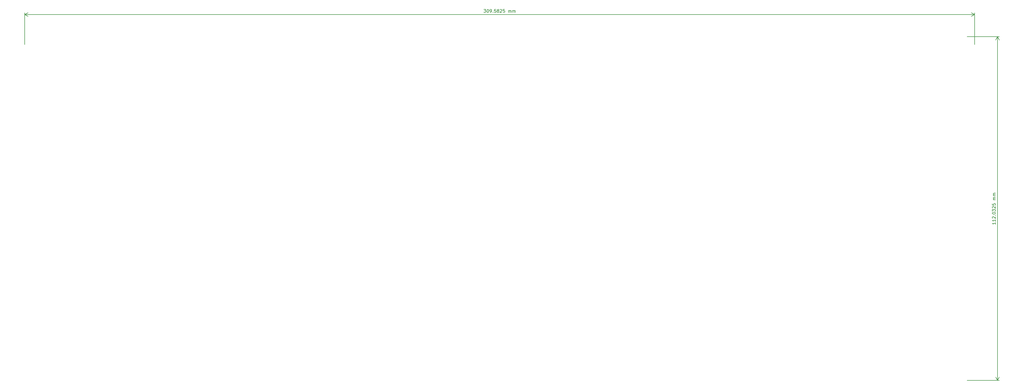
<source format=gbr>
%TF.GenerationSoftware,KiCad,Pcbnew,7.0.9*%
%TF.CreationDate,2024-01-10T17:03:39-08:00*%
%TF.ProjectId,40s-2040rmie,3430732d-3230-4343-9072-6d69652e6b69,rev?*%
%TF.SameCoordinates,Original*%
%TF.FileFunction,Other,Comment*%
%FSLAX46Y46*%
G04 Gerber Fmt 4.6, Leading zero omitted, Abs format (unit mm)*
G04 Created by KiCad (PCBNEW 7.0.9) date 2024-01-10 17:03:39*
%MOMM*%
%LPD*%
G01*
G04 APERTURE LIST*
%ADD10C,0.150000*%
G04 APERTURE END LIST*
D10*
X155113393Y14195181D02*
X155732440Y14195181D01*
X155732440Y14195181D02*
X155399107Y13814229D01*
X155399107Y13814229D02*
X155541964Y13814229D01*
X155541964Y13814229D02*
X155637202Y13766610D01*
X155637202Y13766610D02*
X155684821Y13718991D01*
X155684821Y13718991D02*
X155732440Y13623753D01*
X155732440Y13623753D02*
X155732440Y13385658D01*
X155732440Y13385658D02*
X155684821Y13290420D01*
X155684821Y13290420D02*
X155637202Y13242800D01*
X155637202Y13242800D02*
X155541964Y13195181D01*
X155541964Y13195181D02*
X155256250Y13195181D01*
X155256250Y13195181D02*
X155161012Y13242800D01*
X155161012Y13242800D02*
X155113393Y13290420D01*
X156351488Y14195181D02*
X156446726Y14195181D01*
X156446726Y14195181D02*
X156541964Y14147562D01*
X156541964Y14147562D02*
X156589583Y14099943D01*
X156589583Y14099943D02*
X156637202Y14004705D01*
X156637202Y14004705D02*
X156684821Y13814229D01*
X156684821Y13814229D02*
X156684821Y13576134D01*
X156684821Y13576134D02*
X156637202Y13385658D01*
X156637202Y13385658D02*
X156589583Y13290420D01*
X156589583Y13290420D02*
X156541964Y13242800D01*
X156541964Y13242800D02*
X156446726Y13195181D01*
X156446726Y13195181D02*
X156351488Y13195181D01*
X156351488Y13195181D02*
X156256250Y13242800D01*
X156256250Y13242800D02*
X156208631Y13290420D01*
X156208631Y13290420D02*
X156161012Y13385658D01*
X156161012Y13385658D02*
X156113393Y13576134D01*
X156113393Y13576134D02*
X156113393Y13814229D01*
X156113393Y13814229D02*
X156161012Y14004705D01*
X156161012Y14004705D02*
X156208631Y14099943D01*
X156208631Y14099943D02*
X156256250Y14147562D01*
X156256250Y14147562D02*
X156351488Y14195181D01*
X157161012Y13195181D02*
X157351488Y13195181D01*
X157351488Y13195181D02*
X157446726Y13242800D01*
X157446726Y13242800D02*
X157494345Y13290420D01*
X157494345Y13290420D02*
X157589583Y13433277D01*
X157589583Y13433277D02*
X157637202Y13623753D01*
X157637202Y13623753D02*
X157637202Y14004705D01*
X157637202Y14004705D02*
X157589583Y14099943D01*
X157589583Y14099943D02*
X157541964Y14147562D01*
X157541964Y14147562D02*
X157446726Y14195181D01*
X157446726Y14195181D02*
X157256250Y14195181D01*
X157256250Y14195181D02*
X157161012Y14147562D01*
X157161012Y14147562D02*
X157113393Y14099943D01*
X157113393Y14099943D02*
X157065774Y14004705D01*
X157065774Y14004705D02*
X157065774Y13766610D01*
X157065774Y13766610D02*
X157113393Y13671372D01*
X157113393Y13671372D02*
X157161012Y13623753D01*
X157161012Y13623753D02*
X157256250Y13576134D01*
X157256250Y13576134D02*
X157446726Y13576134D01*
X157446726Y13576134D02*
X157541964Y13623753D01*
X157541964Y13623753D02*
X157589583Y13671372D01*
X157589583Y13671372D02*
X157637202Y13766610D01*
X158065774Y13290420D02*
X158113393Y13242800D01*
X158113393Y13242800D02*
X158065774Y13195181D01*
X158065774Y13195181D02*
X158018155Y13242800D01*
X158018155Y13242800D02*
X158065774Y13290420D01*
X158065774Y13290420D02*
X158065774Y13195181D01*
X159018154Y14195181D02*
X158541964Y14195181D01*
X158541964Y14195181D02*
X158494345Y13718991D01*
X158494345Y13718991D02*
X158541964Y13766610D01*
X158541964Y13766610D02*
X158637202Y13814229D01*
X158637202Y13814229D02*
X158875297Y13814229D01*
X158875297Y13814229D02*
X158970535Y13766610D01*
X158970535Y13766610D02*
X159018154Y13718991D01*
X159018154Y13718991D02*
X159065773Y13623753D01*
X159065773Y13623753D02*
X159065773Y13385658D01*
X159065773Y13385658D02*
X159018154Y13290420D01*
X159018154Y13290420D02*
X158970535Y13242800D01*
X158970535Y13242800D02*
X158875297Y13195181D01*
X158875297Y13195181D02*
X158637202Y13195181D01*
X158637202Y13195181D02*
X158541964Y13242800D01*
X158541964Y13242800D02*
X158494345Y13290420D01*
X159637202Y13766610D02*
X159541964Y13814229D01*
X159541964Y13814229D02*
X159494345Y13861848D01*
X159494345Y13861848D02*
X159446726Y13957086D01*
X159446726Y13957086D02*
X159446726Y14004705D01*
X159446726Y14004705D02*
X159494345Y14099943D01*
X159494345Y14099943D02*
X159541964Y14147562D01*
X159541964Y14147562D02*
X159637202Y14195181D01*
X159637202Y14195181D02*
X159827678Y14195181D01*
X159827678Y14195181D02*
X159922916Y14147562D01*
X159922916Y14147562D02*
X159970535Y14099943D01*
X159970535Y14099943D02*
X160018154Y14004705D01*
X160018154Y14004705D02*
X160018154Y13957086D01*
X160018154Y13957086D02*
X159970535Y13861848D01*
X159970535Y13861848D02*
X159922916Y13814229D01*
X159922916Y13814229D02*
X159827678Y13766610D01*
X159827678Y13766610D02*
X159637202Y13766610D01*
X159637202Y13766610D02*
X159541964Y13718991D01*
X159541964Y13718991D02*
X159494345Y13671372D01*
X159494345Y13671372D02*
X159446726Y13576134D01*
X159446726Y13576134D02*
X159446726Y13385658D01*
X159446726Y13385658D02*
X159494345Y13290420D01*
X159494345Y13290420D02*
X159541964Y13242800D01*
X159541964Y13242800D02*
X159637202Y13195181D01*
X159637202Y13195181D02*
X159827678Y13195181D01*
X159827678Y13195181D02*
X159922916Y13242800D01*
X159922916Y13242800D02*
X159970535Y13290420D01*
X159970535Y13290420D02*
X160018154Y13385658D01*
X160018154Y13385658D02*
X160018154Y13576134D01*
X160018154Y13576134D02*
X159970535Y13671372D01*
X159970535Y13671372D02*
X159922916Y13718991D01*
X159922916Y13718991D02*
X159827678Y13766610D01*
X160399107Y14099943D02*
X160446726Y14147562D01*
X160446726Y14147562D02*
X160541964Y14195181D01*
X160541964Y14195181D02*
X160780059Y14195181D01*
X160780059Y14195181D02*
X160875297Y14147562D01*
X160875297Y14147562D02*
X160922916Y14099943D01*
X160922916Y14099943D02*
X160970535Y14004705D01*
X160970535Y14004705D02*
X160970535Y13909467D01*
X160970535Y13909467D02*
X160922916Y13766610D01*
X160922916Y13766610D02*
X160351488Y13195181D01*
X160351488Y13195181D02*
X160970535Y13195181D01*
X161875297Y14195181D02*
X161399107Y14195181D01*
X161399107Y14195181D02*
X161351488Y13718991D01*
X161351488Y13718991D02*
X161399107Y13766610D01*
X161399107Y13766610D02*
X161494345Y13814229D01*
X161494345Y13814229D02*
X161732440Y13814229D01*
X161732440Y13814229D02*
X161827678Y13766610D01*
X161827678Y13766610D02*
X161875297Y13718991D01*
X161875297Y13718991D02*
X161922916Y13623753D01*
X161922916Y13623753D02*
X161922916Y13385658D01*
X161922916Y13385658D02*
X161875297Y13290420D01*
X161875297Y13290420D02*
X161827678Y13242800D01*
X161827678Y13242800D02*
X161732440Y13195181D01*
X161732440Y13195181D02*
X161494345Y13195181D01*
X161494345Y13195181D02*
X161399107Y13242800D01*
X161399107Y13242800D02*
X161351488Y13290420D01*
X163113393Y13195181D02*
X163113393Y13861848D01*
X163113393Y13766610D02*
X163161012Y13814229D01*
X163161012Y13814229D02*
X163256250Y13861848D01*
X163256250Y13861848D02*
X163399107Y13861848D01*
X163399107Y13861848D02*
X163494345Y13814229D01*
X163494345Y13814229D02*
X163541964Y13718991D01*
X163541964Y13718991D02*
X163541964Y13195181D01*
X163541964Y13718991D02*
X163589583Y13814229D01*
X163589583Y13814229D02*
X163684821Y13861848D01*
X163684821Y13861848D02*
X163827678Y13861848D01*
X163827678Y13861848D02*
X163922917Y13814229D01*
X163922917Y13814229D02*
X163970536Y13718991D01*
X163970536Y13718991D02*
X163970536Y13195181D01*
X164446726Y13195181D02*
X164446726Y13861848D01*
X164446726Y13766610D02*
X164494345Y13814229D01*
X164494345Y13814229D02*
X164589583Y13861848D01*
X164589583Y13861848D02*
X164732440Y13861848D01*
X164732440Y13861848D02*
X164827678Y13814229D01*
X164827678Y13814229D02*
X164875297Y13718991D01*
X164875297Y13718991D02*
X164875297Y13195181D01*
X164875297Y13718991D02*
X164922916Y13814229D01*
X164922916Y13814229D02*
X165018154Y13861848D01*
X165018154Y13861848D02*
X165161011Y13861848D01*
X165161011Y13861848D02*
X165256250Y13814229D01*
X165256250Y13814229D02*
X165303869Y13718991D01*
X165303869Y13718991D02*
X165303869Y13195181D01*
X5465000Y2797500D02*
X5465000Y13086420D01*
X315047500Y2797500D02*
X315047500Y13086420D01*
X5465000Y12500000D02*
X315047500Y12500000D01*
X5465000Y12500000D02*
X315047500Y12500000D01*
X5465000Y12500000D02*
X6591504Y13086421D01*
X5465000Y12500000D02*
X6591504Y11913579D01*
X315047500Y12500000D02*
X313920996Y11913579D01*
X315047500Y12500000D02*
X313920996Y13086421D01*
X321804819Y-55242559D02*
X321804819Y-55813987D01*
X321804819Y-55528273D02*
X320804819Y-55528273D01*
X320804819Y-55528273D02*
X320947676Y-55623511D01*
X320947676Y-55623511D02*
X321042914Y-55718749D01*
X321042914Y-55718749D02*
X321090533Y-55813987D01*
X321804819Y-54290178D02*
X321804819Y-54861606D01*
X321804819Y-54575892D02*
X320804819Y-54575892D01*
X320804819Y-54575892D02*
X320947676Y-54671130D01*
X320947676Y-54671130D02*
X321042914Y-54766368D01*
X321042914Y-54766368D02*
X321090533Y-54861606D01*
X320900057Y-53909225D02*
X320852438Y-53861606D01*
X320852438Y-53861606D02*
X320804819Y-53766368D01*
X320804819Y-53766368D02*
X320804819Y-53528273D01*
X320804819Y-53528273D02*
X320852438Y-53433035D01*
X320852438Y-53433035D02*
X320900057Y-53385416D01*
X320900057Y-53385416D02*
X320995295Y-53337797D01*
X320995295Y-53337797D02*
X321090533Y-53337797D01*
X321090533Y-53337797D02*
X321233390Y-53385416D01*
X321233390Y-53385416D02*
X321804819Y-53956844D01*
X321804819Y-53956844D02*
X321804819Y-53337797D01*
X321709580Y-52909225D02*
X321757200Y-52861606D01*
X321757200Y-52861606D02*
X321804819Y-52909225D01*
X321804819Y-52909225D02*
X321757200Y-52956844D01*
X321757200Y-52956844D02*
X321709580Y-52909225D01*
X321709580Y-52909225D02*
X321804819Y-52909225D01*
X320804819Y-52242559D02*
X320804819Y-52147321D01*
X320804819Y-52147321D02*
X320852438Y-52052083D01*
X320852438Y-52052083D02*
X320900057Y-52004464D01*
X320900057Y-52004464D02*
X320995295Y-51956845D01*
X320995295Y-51956845D02*
X321185771Y-51909226D01*
X321185771Y-51909226D02*
X321423866Y-51909226D01*
X321423866Y-51909226D02*
X321614342Y-51956845D01*
X321614342Y-51956845D02*
X321709580Y-52004464D01*
X321709580Y-52004464D02*
X321757200Y-52052083D01*
X321757200Y-52052083D02*
X321804819Y-52147321D01*
X321804819Y-52147321D02*
X321804819Y-52242559D01*
X321804819Y-52242559D02*
X321757200Y-52337797D01*
X321757200Y-52337797D02*
X321709580Y-52385416D01*
X321709580Y-52385416D02*
X321614342Y-52433035D01*
X321614342Y-52433035D02*
X321423866Y-52480654D01*
X321423866Y-52480654D02*
X321185771Y-52480654D01*
X321185771Y-52480654D02*
X320995295Y-52433035D01*
X320995295Y-52433035D02*
X320900057Y-52385416D01*
X320900057Y-52385416D02*
X320852438Y-52337797D01*
X320852438Y-52337797D02*
X320804819Y-52242559D01*
X320804819Y-51575892D02*
X320804819Y-50956845D01*
X320804819Y-50956845D02*
X321185771Y-51290178D01*
X321185771Y-51290178D02*
X321185771Y-51147321D01*
X321185771Y-51147321D02*
X321233390Y-51052083D01*
X321233390Y-51052083D02*
X321281009Y-51004464D01*
X321281009Y-51004464D02*
X321376247Y-50956845D01*
X321376247Y-50956845D02*
X321614342Y-50956845D01*
X321614342Y-50956845D02*
X321709580Y-51004464D01*
X321709580Y-51004464D02*
X321757200Y-51052083D01*
X321757200Y-51052083D02*
X321804819Y-51147321D01*
X321804819Y-51147321D02*
X321804819Y-51433035D01*
X321804819Y-51433035D02*
X321757200Y-51528273D01*
X321757200Y-51528273D02*
X321709580Y-51575892D01*
X320900057Y-50575892D02*
X320852438Y-50528273D01*
X320852438Y-50528273D02*
X320804819Y-50433035D01*
X320804819Y-50433035D02*
X320804819Y-50194940D01*
X320804819Y-50194940D02*
X320852438Y-50099702D01*
X320852438Y-50099702D02*
X320900057Y-50052083D01*
X320900057Y-50052083D02*
X320995295Y-50004464D01*
X320995295Y-50004464D02*
X321090533Y-50004464D01*
X321090533Y-50004464D02*
X321233390Y-50052083D01*
X321233390Y-50052083D02*
X321804819Y-50623511D01*
X321804819Y-50623511D02*
X321804819Y-50004464D01*
X320804819Y-49099702D02*
X320804819Y-49575892D01*
X320804819Y-49575892D02*
X321281009Y-49623511D01*
X321281009Y-49623511D02*
X321233390Y-49575892D01*
X321233390Y-49575892D02*
X321185771Y-49480654D01*
X321185771Y-49480654D02*
X321185771Y-49242559D01*
X321185771Y-49242559D02*
X321233390Y-49147321D01*
X321233390Y-49147321D02*
X321281009Y-49099702D01*
X321281009Y-49099702D02*
X321376247Y-49052083D01*
X321376247Y-49052083D02*
X321614342Y-49052083D01*
X321614342Y-49052083D02*
X321709580Y-49099702D01*
X321709580Y-49099702D02*
X321757200Y-49147321D01*
X321757200Y-49147321D02*
X321804819Y-49242559D01*
X321804819Y-49242559D02*
X321804819Y-49480654D01*
X321804819Y-49480654D02*
X321757200Y-49575892D01*
X321757200Y-49575892D02*
X321709580Y-49623511D01*
X321804819Y-47861606D02*
X321138152Y-47861606D01*
X321233390Y-47861606D02*
X321185771Y-47813987D01*
X321185771Y-47813987D02*
X321138152Y-47718749D01*
X321138152Y-47718749D02*
X321138152Y-47575892D01*
X321138152Y-47575892D02*
X321185771Y-47480654D01*
X321185771Y-47480654D02*
X321281009Y-47433035D01*
X321281009Y-47433035D02*
X321804819Y-47433035D01*
X321281009Y-47433035D02*
X321185771Y-47385416D01*
X321185771Y-47385416D02*
X321138152Y-47290178D01*
X321138152Y-47290178D02*
X321138152Y-47147321D01*
X321138152Y-47147321D02*
X321185771Y-47052082D01*
X321185771Y-47052082D02*
X321281009Y-47004463D01*
X321281009Y-47004463D02*
X321804819Y-47004463D01*
X321804819Y-46528273D02*
X321138152Y-46528273D01*
X321233390Y-46528273D02*
X321185771Y-46480654D01*
X321185771Y-46480654D02*
X321138152Y-46385416D01*
X321138152Y-46385416D02*
X321138152Y-46242559D01*
X321138152Y-46242559D02*
X321185771Y-46147321D01*
X321185771Y-46147321D02*
X321281009Y-46099702D01*
X321281009Y-46099702D02*
X321804819Y-46099702D01*
X321281009Y-46099702D02*
X321185771Y-46052083D01*
X321185771Y-46052083D02*
X321138152Y-45956845D01*
X321138152Y-45956845D02*
X321138152Y-45813988D01*
X321138152Y-45813988D02*
X321185771Y-45718749D01*
X321185771Y-45718749D02*
X321281009Y-45671130D01*
X321281009Y-45671130D02*
X321804819Y-45671130D01*
X312547500Y5297500D02*
X323086420Y5297500D01*
X312547500Y-106735000D02*
X323086420Y-106735000D01*
X322500000Y5297500D02*
X322500000Y-106735000D01*
X322500000Y5297500D02*
X322500000Y-106735000D01*
X322500000Y5297500D02*
X323086421Y4170996D01*
X322500000Y5297500D02*
X321913579Y4170996D01*
X322500000Y-106735000D02*
X321913579Y-105608496D01*
X322500000Y-106735000D02*
X323086421Y-105608496D01*
M02*

</source>
